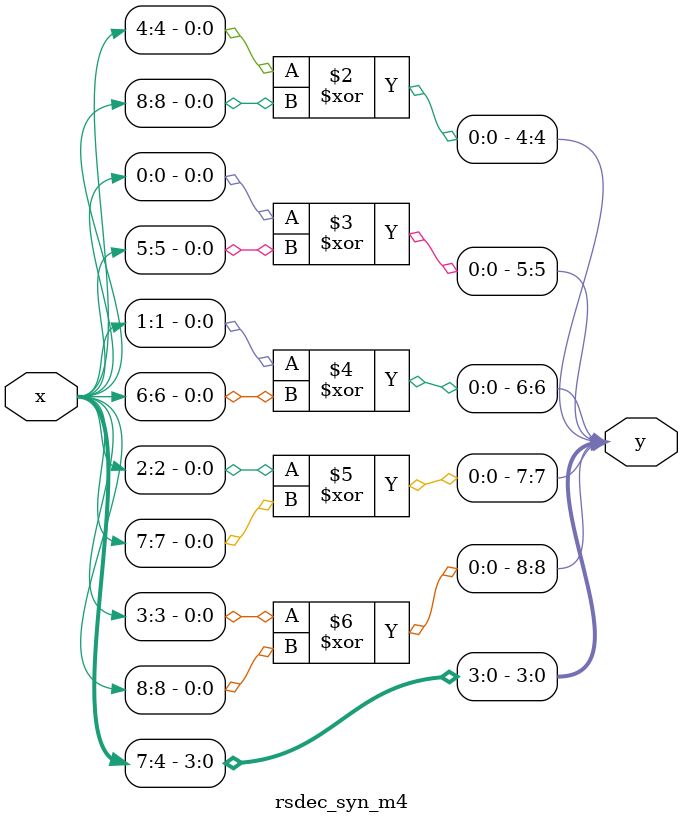
<source format=v>
module rsdec_syn_m4 (y, x);
	input [8:0] x;
	output [8:0] y;
	reg [8:0] y;
	always @ (x)
	begin
		y[0] = x[4];
		y[1] = x[5];
		y[2] = x[6];
		y[3] = x[7];
		y[4] = x[4] ^ x[8];
		y[5] = x[0] ^ x[5];
		y[6] = x[1] ^ x[6];
		y[7] = x[2] ^ x[7];
		y[8] = x[3] ^ x[8];
	end
endmodule
</source>
